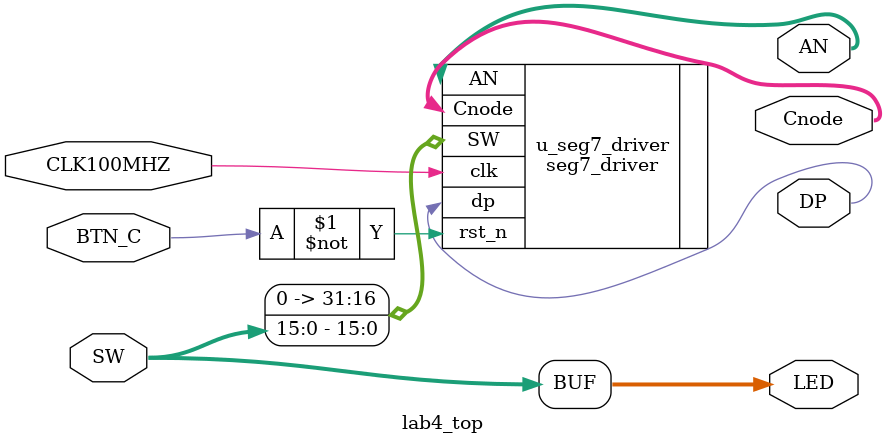
<source format=v>
`timescale 1ns/1ps
module lab4_top
(
    input  wire        CLK100MHZ,   // 100 MHz system clock (pin: "clk")
    input  wire        BTN_C,       // central push-button, active-high
    input  wire [15:0] SW,          // slide switches
    output wire [15:0] LED,         // on-board LEDs
    output wire [6:0]  Cnode,       // 7-segment cathodes (active-low)
    output wire        DP,          // decimal point (active-low, off here)
    output wire [7:0]  AN           // digit anodes (active-low)
);

    // Drive on-board LEDs
    assign LED = SW;        // Simple mirror

    // 7-segment driver instance
    seg7_driver u_seg7_driver
    (
        .clk   (CLK100MHZ),
        .rst_n (~BTN_C),                 // convert to *active-low* async reset
        .SW    ({16'h0000, SW}),         // upper 16 bits are zero
        .Cnode (Cnode),
        .dp    (DP),
        .AN    (AN)
    );

endmodule

</source>
